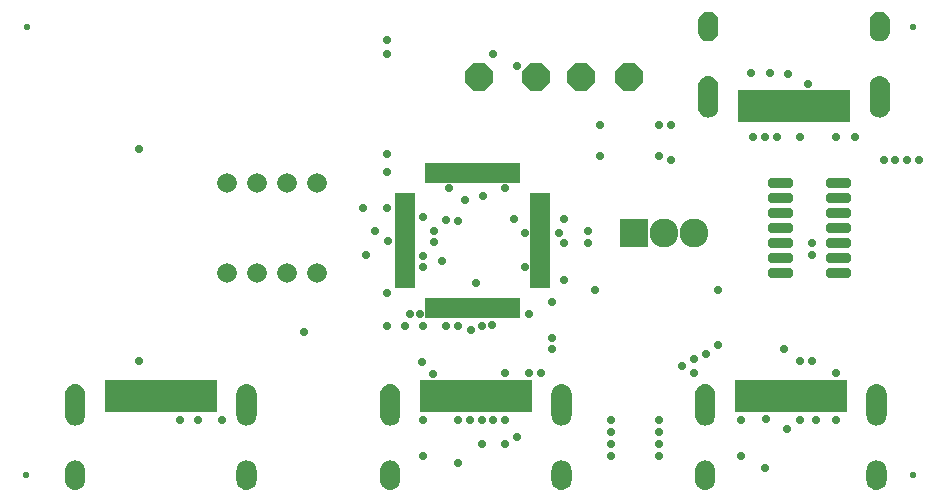
<source format=gts>
G04 EAGLE Gerber RS-274X export*
G75*
%MOMM*%
%FSLAX34Y34*%
%LPD*%
%INSoldermask Top*%
%IPPOS*%
%AMOC8*
5,1,8,0,0,1.08239X$1,22.5*%
G01*
%ADD10C,0.553200*%
%ADD11P,2.556822X8X22.500000*%
%ADD12R,0.503200X2.803200*%
%ADD13R,1.676400X0.482600*%
%ADD14R,0.482600X1.676400*%
%ADD15C,1.666238*%
%ADD16C,0.506016*%
%ADD17R,2.435200X2.435200*%
%ADD18C,2.435200*%
%ADD19C,0.705600*%

G36*
X508663Y366414D02*
X508663Y366414D01*
X508668Y366419D01*
X508673Y366416D01*
X510267Y366900D01*
X510271Y366906D01*
X510276Y366904D01*
X511746Y367689D01*
X511749Y367696D01*
X511754Y367694D01*
X513042Y368752D01*
X513043Y368759D01*
X513048Y368758D01*
X514106Y370046D01*
X514106Y370054D01*
X514111Y370054D01*
X514896Y371524D01*
X514895Y371531D01*
X514900Y371533D01*
X515384Y373127D01*
X515383Y373131D01*
X515385Y373132D01*
X515383Y373135D01*
X515386Y373137D01*
X515549Y374795D01*
X515547Y374798D01*
X515549Y374800D01*
X515549Y392800D01*
X515547Y392803D01*
X515549Y392805D01*
X515386Y394463D01*
X515381Y394468D01*
X515384Y394473D01*
X514900Y396067D01*
X514894Y396071D01*
X514896Y396076D01*
X514111Y397546D01*
X514104Y397549D01*
X514106Y397554D01*
X513048Y398842D01*
X513041Y398843D01*
X513042Y398848D01*
X511754Y399906D01*
X511746Y399906D01*
X511746Y399911D01*
X510276Y400696D01*
X510269Y400695D01*
X510267Y400700D01*
X508673Y401184D01*
X508666Y401181D01*
X508663Y401186D01*
X507005Y401349D01*
X506999Y401345D01*
X506995Y401349D01*
X505337Y401186D01*
X505332Y401181D01*
X505327Y401184D01*
X503733Y400700D01*
X503729Y400694D01*
X503724Y400696D01*
X502254Y399911D01*
X502251Y399904D01*
X502246Y399906D01*
X500958Y398848D01*
X500957Y398841D01*
X500952Y398842D01*
X499894Y397554D01*
X499894Y397546D01*
X499889Y397546D01*
X499104Y396076D01*
X499105Y396069D01*
X499100Y396067D01*
X498616Y394473D01*
X498619Y394466D01*
X498614Y394463D01*
X498451Y392805D01*
X498453Y392802D01*
X498451Y392800D01*
X498451Y374800D01*
X498453Y374797D01*
X498451Y374795D01*
X498614Y373137D01*
X498619Y373132D01*
X498616Y373127D01*
X499100Y371533D01*
X499106Y371529D01*
X499104Y371524D01*
X499889Y370054D01*
X499896Y370051D01*
X499894Y370046D01*
X500952Y368758D01*
X500959Y368757D01*
X500958Y368752D01*
X502246Y367694D01*
X502254Y367694D01*
X502254Y367689D01*
X503724Y366904D01*
X503731Y366905D01*
X503733Y366900D01*
X505327Y366416D01*
X505334Y366419D01*
X505337Y366414D01*
X506995Y366251D01*
X507001Y366255D01*
X507005Y366251D01*
X508663Y366414D01*
G37*
G36*
X363663Y366414D02*
X363663Y366414D01*
X363668Y366419D01*
X363673Y366416D01*
X365267Y366900D01*
X365271Y366906D01*
X365276Y366904D01*
X366746Y367689D01*
X366749Y367696D01*
X366754Y367694D01*
X368042Y368752D01*
X368043Y368759D01*
X368048Y368758D01*
X369106Y370046D01*
X369106Y370054D01*
X369111Y370054D01*
X369896Y371524D01*
X369895Y371531D01*
X369900Y371533D01*
X370384Y373127D01*
X370383Y373131D01*
X370385Y373132D01*
X370383Y373135D01*
X370386Y373137D01*
X370549Y374795D01*
X370547Y374798D01*
X370549Y374800D01*
X370549Y392800D01*
X370547Y392803D01*
X370549Y392805D01*
X370386Y394463D01*
X370381Y394468D01*
X370384Y394473D01*
X369900Y396067D01*
X369894Y396071D01*
X369896Y396076D01*
X369111Y397546D01*
X369104Y397549D01*
X369106Y397554D01*
X368048Y398842D01*
X368041Y398843D01*
X368042Y398848D01*
X366754Y399906D01*
X366746Y399906D01*
X366746Y399911D01*
X365276Y400696D01*
X365269Y400695D01*
X365267Y400700D01*
X363673Y401184D01*
X363666Y401181D01*
X363663Y401186D01*
X362005Y401349D01*
X361999Y401345D01*
X361995Y401349D01*
X360337Y401186D01*
X360332Y401181D01*
X360327Y401184D01*
X358733Y400700D01*
X358729Y400694D01*
X358724Y400696D01*
X357254Y399911D01*
X357251Y399904D01*
X357246Y399906D01*
X355958Y398848D01*
X355957Y398841D01*
X355952Y398842D01*
X354894Y397554D01*
X354894Y397546D01*
X354889Y397546D01*
X354104Y396076D01*
X354105Y396069D01*
X354100Y396067D01*
X353616Y394473D01*
X353619Y394466D01*
X353614Y394463D01*
X353451Y392805D01*
X353453Y392802D01*
X353451Y392800D01*
X353451Y374800D01*
X353453Y374797D01*
X353451Y374795D01*
X353614Y373137D01*
X353619Y373132D01*
X353616Y373127D01*
X354100Y371533D01*
X354106Y371529D01*
X354104Y371524D01*
X354889Y370054D01*
X354896Y370051D01*
X354894Y370046D01*
X355952Y368758D01*
X355959Y368757D01*
X355958Y368752D01*
X357246Y367694D01*
X357254Y367694D01*
X357254Y367689D01*
X358724Y366904D01*
X358731Y366905D01*
X358733Y366900D01*
X360327Y366416D01*
X360334Y366419D01*
X360337Y366414D01*
X361995Y366251D01*
X362001Y366255D01*
X362005Y366251D01*
X363663Y366414D01*
G37*
G36*
X-172437Y105714D02*
X-172437Y105714D01*
X-172432Y105719D01*
X-172427Y105716D01*
X-170833Y106200D01*
X-170829Y106206D01*
X-170824Y106204D01*
X-169354Y106989D01*
X-169351Y106996D01*
X-169346Y106994D01*
X-168058Y108052D01*
X-168057Y108059D01*
X-168052Y108058D01*
X-166994Y109346D01*
X-166994Y109354D01*
X-166989Y109354D01*
X-166204Y110824D01*
X-166205Y110831D01*
X-166200Y110833D01*
X-165716Y112427D01*
X-165718Y112431D01*
X-165716Y112432D01*
X-165717Y112435D01*
X-165714Y112437D01*
X-165551Y114095D01*
X-165553Y114098D01*
X-165551Y114100D01*
X-165551Y132100D01*
X-165553Y132103D01*
X-165551Y132105D01*
X-165714Y133763D01*
X-165719Y133768D01*
X-165716Y133773D01*
X-166200Y135367D01*
X-166206Y135371D01*
X-166204Y135376D01*
X-166989Y136846D01*
X-166996Y136849D01*
X-166994Y136854D01*
X-168052Y138142D01*
X-168059Y138143D01*
X-168058Y138148D01*
X-169346Y139206D01*
X-169354Y139206D01*
X-169354Y139211D01*
X-170824Y139996D01*
X-170831Y139995D01*
X-170833Y140000D01*
X-172427Y140484D01*
X-172434Y140481D01*
X-172437Y140486D01*
X-174095Y140649D01*
X-174101Y140645D01*
X-174105Y140649D01*
X-175763Y140486D01*
X-175768Y140481D01*
X-175773Y140484D01*
X-177367Y140000D01*
X-177371Y139994D01*
X-177376Y139996D01*
X-178846Y139211D01*
X-178849Y139204D01*
X-178854Y139206D01*
X-180142Y138148D01*
X-180143Y138141D01*
X-180148Y138142D01*
X-181206Y136854D01*
X-181206Y136846D01*
X-181211Y136846D01*
X-181996Y135376D01*
X-181995Y135369D01*
X-182000Y135367D01*
X-182484Y133773D01*
X-182481Y133766D01*
X-182486Y133763D01*
X-182649Y132105D01*
X-182647Y132102D01*
X-182649Y132100D01*
X-182649Y114100D01*
X-182647Y114097D01*
X-182649Y114095D01*
X-182486Y112437D01*
X-182481Y112432D01*
X-182484Y112427D01*
X-182000Y110833D01*
X-181994Y110829D01*
X-181996Y110824D01*
X-181211Y109354D01*
X-181204Y109351D01*
X-181206Y109346D01*
X-180148Y108058D01*
X-180141Y108057D01*
X-180142Y108052D01*
X-178854Y106994D01*
X-178846Y106994D01*
X-178846Y106989D01*
X-177376Y106204D01*
X-177369Y106205D01*
X-177367Y106200D01*
X-175773Y105716D01*
X-175766Y105719D01*
X-175763Y105714D01*
X-174105Y105551D01*
X-174099Y105555D01*
X-174095Y105551D01*
X-172437Y105714D01*
G37*
G36*
X94263Y105714D02*
X94263Y105714D01*
X94268Y105719D01*
X94273Y105716D01*
X95867Y106200D01*
X95871Y106206D01*
X95876Y106204D01*
X97346Y106989D01*
X97349Y106996D01*
X97354Y106994D01*
X98642Y108052D01*
X98643Y108059D01*
X98648Y108058D01*
X99706Y109346D01*
X99706Y109354D01*
X99711Y109354D01*
X100496Y110824D01*
X100495Y110831D01*
X100500Y110833D01*
X100984Y112427D01*
X100983Y112431D01*
X100985Y112432D01*
X100983Y112435D01*
X100986Y112437D01*
X101149Y114095D01*
X101147Y114098D01*
X101149Y114100D01*
X101149Y132100D01*
X101147Y132103D01*
X101149Y132105D01*
X100986Y133763D01*
X100981Y133768D01*
X100984Y133773D01*
X100500Y135367D01*
X100494Y135371D01*
X100496Y135376D01*
X99711Y136846D01*
X99704Y136849D01*
X99706Y136854D01*
X98648Y138142D01*
X98641Y138143D01*
X98642Y138148D01*
X97354Y139206D01*
X97346Y139206D01*
X97346Y139211D01*
X95876Y139996D01*
X95869Y139995D01*
X95867Y140000D01*
X94273Y140484D01*
X94266Y140481D01*
X94263Y140486D01*
X92605Y140649D01*
X92599Y140645D01*
X92595Y140649D01*
X90937Y140486D01*
X90932Y140481D01*
X90927Y140484D01*
X89333Y140000D01*
X89329Y139994D01*
X89324Y139996D01*
X87854Y139211D01*
X87851Y139204D01*
X87846Y139206D01*
X86558Y138148D01*
X86557Y138141D01*
X86552Y138142D01*
X85494Y136854D01*
X85494Y136846D01*
X85489Y136846D01*
X84704Y135376D01*
X84705Y135369D01*
X84700Y135367D01*
X84216Y133773D01*
X84219Y133766D01*
X84214Y133763D01*
X84051Y132105D01*
X84053Y132102D01*
X84051Y132100D01*
X84051Y114100D01*
X84053Y114097D01*
X84051Y114095D01*
X84214Y112437D01*
X84219Y112432D01*
X84216Y112427D01*
X84700Y110833D01*
X84706Y110829D01*
X84704Y110824D01*
X85489Y109354D01*
X85496Y109351D01*
X85494Y109346D01*
X86552Y108058D01*
X86559Y108057D01*
X86558Y108052D01*
X87846Y106994D01*
X87854Y106994D01*
X87854Y106989D01*
X89324Y106204D01*
X89331Y106205D01*
X89333Y106200D01*
X90927Y105716D01*
X90934Y105719D01*
X90937Y105714D01*
X92595Y105551D01*
X92601Y105555D01*
X92605Y105551D01*
X94263Y105714D01*
G37*
G36*
X360963Y105714D02*
X360963Y105714D01*
X360968Y105719D01*
X360973Y105716D01*
X362567Y106200D01*
X362571Y106206D01*
X362576Y106204D01*
X364046Y106989D01*
X364049Y106996D01*
X364054Y106994D01*
X365342Y108052D01*
X365343Y108059D01*
X365348Y108058D01*
X366406Y109346D01*
X366406Y109354D01*
X366411Y109354D01*
X367196Y110824D01*
X367195Y110831D01*
X367200Y110833D01*
X367684Y112427D01*
X367683Y112431D01*
X367685Y112432D01*
X367683Y112435D01*
X367686Y112437D01*
X367849Y114095D01*
X367847Y114098D01*
X367849Y114100D01*
X367849Y132100D01*
X367847Y132103D01*
X367849Y132105D01*
X367686Y133763D01*
X367681Y133768D01*
X367684Y133773D01*
X367200Y135367D01*
X367194Y135371D01*
X367196Y135376D01*
X366411Y136846D01*
X366404Y136849D01*
X366406Y136854D01*
X365348Y138142D01*
X365341Y138143D01*
X365342Y138148D01*
X364054Y139206D01*
X364046Y139206D01*
X364046Y139211D01*
X362576Y139996D01*
X362569Y139995D01*
X362567Y140000D01*
X360973Y140484D01*
X360966Y140481D01*
X360963Y140486D01*
X359305Y140649D01*
X359299Y140645D01*
X359295Y140649D01*
X357637Y140486D01*
X357632Y140481D01*
X357627Y140484D01*
X356033Y140000D01*
X356029Y139994D01*
X356024Y139996D01*
X354554Y139211D01*
X354551Y139204D01*
X354546Y139206D01*
X353258Y138148D01*
X353257Y138141D01*
X353252Y138142D01*
X352194Y136854D01*
X352194Y136846D01*
X352189Y136846D01*
X351404Y135376D01*
X351405Y135369D01*
X351400Y135367D01*
X350916Y133773D01*
X350919Y133766D01*
X350914Y133763D01*
X350751Y132105D01*
X350753Y132102D01*
X350751Y132100D01*
X350751Y114100D01*
X350753Y114097D01*
X350751Y114095D01*
X350914Y112437D01*
X350919Y112432D01*
X350916Y112427D01*
X351400Y110833D01*
X351406Y110829D01*
X351404Y110824D01*
X352189Y109354D01*
X352196Y109351D01*
X352194Y109346D01*
X353252Y108058D01*
X353259Y108057D01*
X353258Y108052D01*
X354546Y106994D01*
X354554Y106994D01*
X354554Y106989D01*
X356024Y106204D01*
X356031Y106205D01*
X356033Y106200D01*
X357627Y105716D01*
X357634Y105719D01*
X357637Y105714D01*
X359295Y105551D01*
X359301Y105555D01*
X359305Y105551D01*
X360963Y105714D01*
G37*
G36*
X505963Y105714D02*
X505963Y105714D01*
X505968Y105719D01*
X505973Y105716D01*
X507567Y106200D01*
X507571Y106206D01*
X507576Y106204D01*
X509046Y106989D01*
X509049Y106996D01*
X509054Y106994D01*
X510342Y108052D01*
X510343Y108059D01*
X510348Y108058D01*
X511406Y109346D01*
X511406Y109354D01*
X511411Y109354D01*
X512196Y110824D01*
X512195Y110831D01*
X512200Y110833D01*
X512684Y112427D01*
X512683Y112431D01*
X512685Y112432D01*
X512683Y112435D01*
X512686Y112437D01*
X512849Y114095D01*
X512847Y114098D01*
X512849Y114100D01*
X512849Y132100D01*
X512847Y132103D01*
X512849Y132105D01*
X512686Y133763D01*
X512681Y133768D01*
X512684Y133773D01*
X512200Y135367D01*
X512194Y135371D01*
X512196Y135376D01*
X511411Y136846D01*
X511404Y136849D01*
X511406Y136854D01*
X510348Y138142D01*
X510341Y138143D01*
X510342Y138148D01*
X509054Y139206D01*
X509046Y139206D01*
X509046Y139211D01*
X507576Y139996D01*
X507569Y139995D01*
X507567Y140000D01*
X505973Y140484D01*
X505966Y140481D01*
X505963Y140486D01*
X504305Y140649D01*
X504299Y140645D01*
X504295Y140649D01*
X502637Y140486D01*
X502632Y140481D01*
X502627Y140484D01*
X501033Y140000D01*
X501029Y139994D01*
X501024Y139996D01*
X499554Y139211D01*
X499551Y139204D01*
X499546Y139206D01*
X498258Y138148D01*
X498257Y138141D01*
X498252Y138142D01*
X497194Y136854D01*
X497194Y136846D01*
X497189Y136846D01*
X496404Y135376D01*
X496405Y135369D01*
X496400Y135367D01*
X495916Y133773D01*
X495919Y133766D01*
X495914Y133763D01*
X495751Y132105D01*
X495753Y132102D01*
X495751Y132100D01*
X495751Y114100D01*
X495753Y114097D01*
X495751Y114095D01*
X495914Y112437D01*
X495919Y112432D01*
X495916Y112427D01*
X496400Y110833D01*
X496406Y110829D01*
X496404Y110824D01*
X497189Y109354D01*
X497196Y109351D01*
X497194Y109346D01*
X498252Y108058D01*
X498259Y108057D01*
X498258Y108052D01*
X499546Y106994D01*
X499554Y106994D01*
X499554Y106989D01*
X501024Y106204D01*
X501031Y106205D01*
X501033Y106200D01*
X502627Y105716D01*
X502634Y105719D01*
X502637Y105714D01*
X504295Y105551D01*
X504301Y105555D01*
X504305Y105551D01*
X505963Y105714D01*
G37*
G36*
X-27437Y105714D02*
X-27437Y105714D01*
X-27432Y105719D01*
X-27427Y105716D01*
X-25833Y106200D01*
X-25829Y106206D01*
X-25824Y106204D01*
X-24354Y106989D01*
X-24351Y106996D01*
X-24346Y106994D01*
X-23058Y108052D01*
X-23057Y108059D01*
X-23052Y108058D01*
X-21994Y109346D01*
X-21994Y109354D01*
X-21989Y109354D01*
X-21204Y110824D01*
X-21205Y110831D01*
X-21200Y110833D01*
X-20716Y112427D01*
X-20718Y112431D01*
X-20716Y112432D01*
X-20717Y112435D01*
X-20714Y112437D01*
X-20551Y114095D01*
X-20553Y114098D01*
X-20551Y114100D01*
X-20551Y132100D01*
X-20553Y132103D01*
X-20551Y132105D01*
X-20714Y133763D01*
X-20719Y133768D01*
X-20716Y133773D01*
X-21200Y135367D01*
X-21206Y135371D01*
X-21204Y135376D01*
X-21989Y136846D01*
X-21996Y136849D01*
X-21994Y136854D01*
X-23052Y138142D01*
X-23059Y138143D01*
X-23058Y138148D01*
X-24346Y139206D01*
X-24354Y139206D01*
X-24354Y139211D01*
X-25824Y139996D01*
X-25831Y139995D01*
X-25833Y140000D01*
X-27427Y140484D01*
X-27434Y140481D01*
X-27437Y140486D01*
X-29095Y140649D01*
X-29101Y140645D01*
X-29105Y140649D01*
X-30763Y140486D01*
X-30768Y140481D01*
X-30773Y140484D01*
X-32367Y140000D01*
X-32371Y139994D01*
X-32376Y139996D01*
X-33846Y139211D01*
X-33849Y139204D01*
X-33854Y139206D01*
X-35142Y138148D01*
X-35143Y138141D01*
X-35148Y138142D01*
X-36206Y136854D01*
X-36206Y136846D01*
X-36211Y136846D01*
X-36996Y135376D01*
X-36995Y135369D01*
X-37000Y135367D01*
X-37484Y133773D01*
X-37481Y133766D01*
X-37486Y133763D01*
X-37649Y132105D01*
X-37647Y132102D01*
X-37649Y132100D01*
X-37649Y114100D01*
X-37647Y114097D01*
X-37649Y114095D01*
X-37486Y112437D01*
X-37481Y112432D01*
X-37484Y112427D01*
X-37000Y110833D01*
X-36994Y110829D01*
X-36996Y110824D01*
X-36211Y109354D01*
X-36204Y109351D01*
X-36206Y109346D01*
X-35148Y108058D01*
X-35141Y108057D01*
X-35142Y108052D01*
X-33854Y106994D01*
X-33846Y106994D01*
X-33846Y106989D01*
X-32376Y106204D01*
X-32369Y106205D01*
X-32367Y106200D01*
X-30773Y105716D01*
X-30766Y105719D01*
X-30763Y105714D01*
X-29105Y105551D01*
X-29099Y105555D01*
X-29095Y105551D01*
X-27437Y105714D01*
G37*
G36*
X239263Y105714D02*
X239263Y105714D01*
X239268Y105719D01*
X239273Y105716D01*
X240867Y106200D01*
X240871Y106206D01*
X240876Y106204D01*
X242346Y106989D01*
X242349Y106996D01*
X242354Y106994D01*
X243642Y108052D01*
X243643Y108059D01*
X243648Y108058D01*
X244706Y109346D01*
X244706Y109354D01*
X244711Y109354D01*
X245496Y110824D01*
X245495Y110831D01*
X245500Y110833D01*
X245984Y112427D01*
X245983Y112431D01*
X245985Y112432D01*
X245983Y112435D01*
X245986Y112437D01*
X246149Y114095D01*
X246147Y114098D01*
X246149Y114100D01*
X246149Y132100D01*
X246147Y132103D01*
X246149Y132105D01*
X245986Y133763D01*
X245981Y133768D01*
X245984Y133773D01*
X245500Y135367D01*
X245494Y135371D01*
X245496Y135376D01*
X244711Y136846D01*
X244704Y136849D01*
X244706Y136854D01*
X243648Y138142D01*
X243641Y138143D01*
X243642Y138148D01*
X242354Y139206D01*
X242346Y139206D01*
X242346Y139211D01*
X240876Y139996D01*
X240869Y139995D01*
X240867Y140000D01*
X239273Y140484D01*
X239266Y140481D01*
X239263Y140486D01*
X237605Y140649D01*
X237599Y140645D01*
X237595Y140649D01*
X235937Y140486D01*
X235932Y140481D01*
X235927Y140484D01*
X234333Y140000D01*
X234329Y139994D01*
X234324Y139996D01*
X232854Y139211D01*
X232851Y139204D01*
X232846Y139206D01*
X231558Y138148D01*
X231557Y138141D01*
X231552Y138142D01*
X230494Y136854D01*
X230494Y136846D01*
X230489Y136846D01*
X229704Y135376D01*
X229705Y135369D01*
X229700Y135367D01*
X229216Y133773D01*
X229219Y133766D01*
X229214Y133763D01*
X229051Y132105D01*
X229053Y132102D01*
X229051Y132100D01*
X229051Y114100D01*
X229053Y114097D01*
X229051Y114095D01*
X229214Y112437D01*
X229219Y112432D01*
X229216Y112427D01*
X229700Y110833D01*
X229706Y110829D01*
X229704Y110824D01*
X230489Y109354D01*
X230496Y109351D01*
X230494Y109346D01*
X231552Y108058D01*
X231559Y108057D01*
X231558Y108052D01*
X232846Y106994D01*
X232854Y106994D01*
X232854Y106989D01*
X234324Y106204D01*
X234331Y106205D01*
X234333Y106200D01*
X235927Y105716D01*
X235934Y105719D01*
X235937Y105714D01*
X237595Y105551D01*
X237601Y105555D01*
X237605Y105551D01*
X239263Y105714D01*
G37*
G36*
X508663Y431014D02*
X508663Y431014D01*
X508668Y431019D01*
X508673Y431016D01*
X510267Y431500D01*
X510271Y431506D01*
X510276Y431504D01*
X511746Y432289D01*
X511749Y432296D01*
X511754Y432294D01*
X513042Y433352D01*
X513043Y433359D01*
X513048Y433358D01*
X514106Y434646D01*
X514106Y434654D01*
X514111Y434654D01*
X514896Y436124D01*
X514895Y436131D01*
X514900Y436133D01*
X515384Y437727D01*
X515383Y437731D01*
X515384Y437732D01*
X515383Y437735D01*
X515386Y437737D01*
X515549Y439395D01*
X515547Y439398D01*
X515549Y439400D01*
X515549Y447400D01*
X515547Y447403D01*
X515549Y447405D01*
X515386Y449063D01*
X515381Y449068D01*
X515384Y449073D01*
X514900Y450667D01*
X514894Y450671D01*
X514896Y450676D01*
X514111Y452146D01*
X514104Y452149D01*
X514106Y452154D01*
X513048Y453442D01*
X513041Y453443D01*
X513042Y453448D01*
X511754Y454506D01*
X511746Y454506D01*
X511746Y454511D01*
X510276Y455296D01*
X510269Y455295D01*
X510267Y455300D01*
X508673Y455784D01*
X508666Y455781D01*
X508663Y455786D01*
X507005Y455949D01*
X506999Y455945D01*
X506995Y455949D01*
X505337Y455786D01*
X505332Y455781D01*
X505327Y455784D01*
X503733Y455300D01*
X503729Y455294D01*
X503724Y455296D01*
X502254Y454511D01*
X502251Y454504D01*
X502246Y454506D01*
X500958Y453448D01*
X500957Y453441D01*
X500952Y453442D01*
X499894Y452154D01*
X499894Y452146D01*
X499889Y452146D01*
X499104Y450676D01*
X499105Y450669D01*
X499100Y450667D01*
X498616Y449073D01*
X498619Y449066D01*
X498614Y449063D01*
X498451Y447405D01*
X498453Y447402D01*
X498451Y447400D01*
X498451Y439400D01*
X498453Y439397D01*
X498451Y439395D01*
X498614Y437737D01*
X498619Y437732D01*
X498616Y437727D01*
X499100Y436133D01*
X499106Y436129D01*
X499104Y436124D01*
X499889Y434654D01*
X499896Y434651D01*
X499894Y434646D01*
X500952Y433358D01*
X500959Y433357D01*
X500958Y433352D01*
X502246Y432294D01*
X502254Y432294D01*
X502254Y432289D01*
X503724Y431504D01*
X503731Y431505D01*
X503733Y431500D01*
X505327Y431016D01*
X505334Y431019D01*
X505337Y431014D01*
X506995Y430851D01*
X507001Y430855D01*
X507005Y430851D01*
X508663Y431014D01*
G37*
G36*
X363663Y431014D02*
X363663Y431014D01*
X363668Y431019D01*
X363673Y431016D01*
X365267Y431500D01*
X365271Y431506D01*
X365276Y431504D01*
X366746Y432289D01*
X366749Y432296D01*
X366754Y432294D01*
X368042Y433352D01*
X368043Y433359D01*
X368048Y433358D01*
X369106Y434646D01*
X369106Y434654D01*
X369111Y434654D01*
X369896Y436124D01*
X369895Y436131D01*
X369900Y436133D01*
X370384Y437727D01*
X370383Y437731D01*
X370384Y437732D01*
X370383Y437735D01*
X370386Y437737D01*
X370549Y439395D01*
X370547Y439398D01*
X370549Y439400D01*
X370549Y447400D01*
X370547Y447403D01*
X370549Y447405D01*
X370386Y449063D01*
X370381Y449068D01*
X370384Y449073D01*
X369900Y450667D01*
X369894Y450671D01*
X369896Y450676D01*
X369111Y452146D01*
X369104Y452149D01*
X369106Y452154D01*
X368048Y453442D01*
X368041Y453443D01*
X368042Y453448D01*
X366754Y454506D01*
X366746Y454506D01*
X366746Y454511D01*
X365276Y455296D01*
X365269Y455295D01*
X365267Y455300D01*
X363673Y455784D01*
X363666Y455781D01*
X363663Y455786D01*
X362005Y455949D01*
X361999Y455945D01*
X361995Y455949D01*
X360337Y455786D01*
X360332Y455781D01*
X360327Y455784D01*
X358733Y455300D01*
X358729Y455294D01*
X358724Y455296D01*
X357254Y454511D01*
X357251Y454504D01*
X357246Y454506D01*
X355958Y453448D01*
X355957Y453441D01*
X355952Y453442D01*
X354894Y452154D01*
X354894Y452146D01*
X354889Y452146D01*
X354104Y450676D01*
X354105Y450669D01*
X354100Y450667D01*
X353616Y449073D01*
X353619Y449066D01*
X353614Y449063D01*
X353451Y447405D01*
X353453Y447402D01*
X353451Y447400D01*
X353451Y439400D01*
X353453Y439397D01*
X353451Y439395D01*
X353614Y437737D01*
X353619Y437732D01*
X353616Y437727D01*
X354100Y436133D01*
X354106Y436129D01*
X354104Y436124D01*
X354889Y434654D01*
X354896Y434651D01*
X354894Y434646D01*
X355952Y433358D01*
X355959Y433357D01*
X355958Y433352D01*
X357246Y432294D01*
X357254Y432294D01*
X357254Y432289D01*
X358724Y431504D01*
X358731Y431505D01*
X358733Y431500D01*
X360327Y431016D01*
X360334Y431019D01*
X360337Y431014D01*
X361995Y430851D01*
X362001Y430855D01*
X362005Y430851D01*
X363663Y431014D01*
G37*
G36*
X505963Y51114D02*
X505963Y51114D01*
X505968Y51119D01*
X505973Y51116D01*
X507567Y51600D01*
X507571Y51606D01*
X507576Y51604D01*
X509046Y52389D01*
X509049Y52396D01*
X509054Y52394D01*
X510342Y53452D01*
X510343Y53459D01*
X510348Y53458D01*
X511406Y54746D01*
X511406Y54754D01*
X511411Y54754D01*
X512196Y56224D01*
X512195Y56231D01*
X512200Y56233D01*
X512684Y57827D01*
X512683Y57831D01*
X512684Y57832D01*
X512683Y57835D01*
X512686Y57837D01*
X512849Y59495D01*
X512847Y59498D01*
X512849Y59500D01*
X512849Y67500D01*
X512847Y67503D01*
X512849Y67505D01*
X512686Y69163D01*
X512681Y69168D01*
X512684Y69173D01*
X512200Y70767D01*
X512194Y70771D01*
X512196Y70776D01*
X511411Y72246D01*
X511404Y72249D01*
X511406Y72254D01*
X510348Y73542D01*
X510341Y73543D01*
X510342Y73548D01*
X509054Y74606D01*
X509046Y74606D01*
X509046Y74611D01*
X507576Y75396D01*
X507569Y75395D01*
X507567Y75400D01*
X505973Y75884D01*
X505966Y75881D01*
X505963Y75886D01*
X504305Y76049D01*
X504299Y76045D01*
X504295Y76049D01*
X502637Y75886D01*
X502632Y75881D01*
X502627Y75884D01*
X501033Y75400D01*
X501029Y75394D01*
X501024Y75396D01*
X499554Y74611D01*
X499551Y74604D01*
X499546Y74606D01*
X498258Y73548D01*
X498257Y73541D01*
X498252Y73542D01*
X497194Y72254D01*
X497194Y72246D01*
X497189Y72246D01*
X496404Y70776D01*
X496405Y70769D01*
X496400Y70767D01*
X495916Y69173D01*
X495919Y69166D01*
X495914Y69163D01*
X495751Y67505D01*
X495753Y67502D01*
X495751Y67500D01*
X495751Y59500D01*
X495753Y59497D01*
X495751Y59495D01*
X495914Y57837D01*
X495919Y57832D01*
X495916Y57827D01*
X496400Y56233D01*
X496406Y56229D01*
X496404Y56224D01*
X497189Y54754D01*
X497196Y54751D01*
X497194Y54746D01*
X498252Y53458D01*
X498259Y53457D01*
X498258Y53452D01*
X499546Y52394D01*
X499554Y52394D01*
X499554Y52389D01*
X501024Y51604D01*
X501031Y51605D01*
X501033Y51600D01*
X502627Y51116D01*
X502634Y51119D01*
X502637Y51114D01*
X504295Y50951D01*
X504301Y50955D01*
X504305Y50951D01*
X505963Y51114D01*
G37*
G36*
X94263Y51114D02*
X94263Y51114D01*
X94268Y51119D01*
X94273Y51116D01*
X95867Y51600D01*
X95871Y51606D01*
X95876Y51604D01*
X97346Y52389D01*
X97349Y52396D01*
X97354Y52394D01*
X98642Y53452D01*
X98643Y53459D01*
X98648Y53458D01*
X99706Y54746D01*
X99706Y54754D01*
X99711Y54754D01*
X100496Y56224D01*
X100495Y56231D01*
X100500Y56233D01*
X100984Y57827D01*
X100983Y57831D01*
X100984Y57832D01*
X100983Y57835D01*
X100986Y57837D01*
X101149Y59495D01*
X101147Y59498D01*
X101149Y59500D01*
X101149Y67500D01*
X101147Y67503D01*
X101149Y67505D01*
X100986Y69163D01*
X100981Y69168D01*
X100984Y69173D01*
X100500Y70767D01*
X100494Y70771D01*
X100496Y70776D01*
X99711Y72246D01*
X99704Y72249D01*
X99706Y72254D01*
X98648Y73542D01*
X98641Y73543D01*
X98642Y73548D01*
X97354Y74606D01*
X97346Y74606D01*
X97346Y74611D01*
X95876Y75396D01*
X95869Y75395D01*
X95867Y75400D01*
X94273Y75884D01*
X94266Y75881D01*
X94263Y75886D01*
X92605Y76049D01*
X92599Y76045D01*
X92595Y76049D01*
X90937Y75886D01*
X90932Y75881D01*
X90927Y75884D01*
X89333Y75400D01*
X89329Y75394D01*
X89324Y75396D01*
X87854Y74611D01*
X87851Y74604D01*
X87846Y74606D01*
X86558Y73548D01*
X86557Y73541D01*
X86552Y73542D01*
X85494Y72254D01*
X85494Y72246D01*
X85489Y72246D01*
X84704Y70776D01*
X84705Y70769D01*
X84700Y70767D01*
X84216Y69173D01*
X84219Y69166D01*
X84214Y69163D01*
X84051Y67505D01*
X84053Y67502D01*
X84051Y67500D01*
X84051Y59500D01*
X84053Y59497D01*
X84051Y59495D01*
X84214Y57837D01*
X84219Y57832D01*
X84216Y57827D01*
X84700Y56233D01*
X84706Y56229D01*
X84704Y56224D01*
X85489Y54754D01*
X85496Y54751D01*
X85494Y54746D01*
X86552Y53458D01*
X86559Y53457D01*
X86558Y53452D01*
X87846Y52394D01*
X87854Y52394D01*
X87854Y52389D01*
X89324Y51604D01*
X89331Y51605D01*
X89333Y51600D01*
X90927Y51116D01*
X90934Y51119D01*
X90937Y51114D01*
X92595Y50951D01*
X92601Y50955D01*
X92605Y50951D01*
X94263Y51114D01*
G37*
G36*
X239263Y51114D02*
X239263Y51114D01*
X239268Y51119D01*
X239273Y51116D01*
X240867Y51600D01*
X240871Y51606D01*
X240876Y51604D01*
X242346Y52389D01*
X242349Y52396D01*
X242354Y52394D01*
X243642Y53452D01*
X243643Y53459D01*
X243648Y53458D01*
X244706Y54746D01*
X244706Y54754D01*
X244711Y54754D01*
X245496Y56224D01*
X245495Y56231D01*
X245500Y56233D01*
X245984Y57827D01*
X245983Y57831D01*
X245984Y57832D01*
X245983Y57835D01*
X245986Y57837D01*
X246149Y59495D01*
X246147Y59498D01*
X246149Y59500D01*
X246149Y67500D01*
X246147Y67503D01*
X246149Y67505D01*
X245986Y69163D01*
X245981Y69168D01*
X245984Y69173D01*
X245500Y70767D01*
X245494Y70771D01*
X245496Y70776D01*
X244711Y72246D01*
X244704Y72249D01*
X244706Y72254D01*
X243648Y73542D01*
X243641Y73543D01*
X243642Y73548D01*
X242354Y74606D01*
X242346Y74606D01*
X242346Y74611D01*
X240876Y75396D01*
X240869Y75395D01*
X240867Y75400D01*
X239273Y75884D01*
X239266Y75881D01*
X239263Y75886D01*
X237605Y76049D01*
X237599Y76045D01*
X237595Y76049D01*
X235937Y75886D01*
X235932Y75881D01*
X235927Y75884D01*
X234333Y75400D01*
X234329Y75394D01*
X234324Y75396D01*
X232854Y74611D01*
X232851Y74604D01*
X232846Y74606D01*
X231558Y73548D01*
X231557Y73541D01*
X231552Y73542D01*
X230494Y72254D01*
X230494Y72246D01*
X230489Y72246D01*
X229704Y70776D01*
X229705Y70769D01*
X229700Y70767D01*
X229216Y69173D01*
X229219Y69166D01*
X229214Y69163D01*
X229051Y67505D01*
X229053Y67502D01*
X229051Y67500D01*
X229051Y59500D01*
X229053Y59497D01*
X229051Y59495D01*
X229214Y57837D01*
X229219Y57832D01*
X229216Y57827D01*
X229700Y56233D01*
X229706Y56229D01*
X229704Y56224D01*
X230489Y54754D01*
X230496Y54751D01*
X230494Y54746D01*
X231552Y53458D01*
X231559Y53457D01*
X231558Y53452D01*
X232846Y52394D01*
X232854Y52394D01*
X232854Y52389D01*
X234324Y51604D01*
X234331Y51605D01*
X234333Y51600D01*
X235927Y51116D01*
X235934Y51119D01*
X235937Y51114D01*
X237595Y50951D01*
X237601Y50955D01*
X237605Y50951D01*
X239263Y51114D01*
G37*
G36*
X-27437Y51114D02*
X-27437Y51114D01*
X-27432Y51119D01*
X-27427Y51116D01*
X-25833Y51600D01*
X-25829Y51606D01*
X-25824Y51604D01*
X-24354Y52389D01*
X-24351Y52396D01*
X-24346Y52394D01*
X-23058Y53452D01*
X-23057Y53459D01*
X-23052Y53458D01*
X-21994Y54746D01*
X-21994Y54754D01*
X-21989Y54754D01*
X-21204Y56224D01*
X-21205Y56231D01*
X-21200Y56233D01*
X-20716Y57827D01*
X-20718Y57831D01*
X-20716Y57832D01*
X-20717Y57835D01*
X-20714Y57837D01*
X-20551Y59495D01*
X-20553Y59498D01*
X-20551Y59500D01*
X-20551Y67500D01*
X-20553Y67503D01*
X-20551Y67505D01*
X-20714Y69163D01*
X-20719Y69168D01*
X-20716Y69173D01*
X-21200Y70767D01*
X-21206Y70771D01*
X-21204Y70776D01*
X-21989Y72246D01*
X-21996Y72249D01*
X-21994Y72254D01*
X-23052Y73542D01*
X-23059Y73543D01*
X-23058Y73548D01*
X-24346Y74606D01*
X-24354Y74606D01*
X-24354Y74611D01*
X-25824Y75396D01*
X-25831Y75395D01*
X-25833Y75400D01*
X-27427Y75884D01*
X-27434Y75881D01*
X-27437Y75886D01*
X-29095Y76049D01*
X-29101Y76045D01*
X-29105Y76049D01*
X-30763Y75886D01*
X-30768Y75881D01*
X-30773Y75884D01*
X-32367Y75400D01*
X-32371Y75394D01*
X-32376Y75396D01*
X-33846Y74611D01*
X-33849Y74604D01*
X-33854Y74606D01*
X-35142Y73548D01*
X-35143Y73541D01*
X-35148Y73542D01*
X-36206Y72254D01*
X-36206Y72246D01*
X-36211Y72246D01*
X-36996Y70776D01*
X-36995Y70769D01*
X-37000Y70767D01*
X-37484Y69173D01*
X-37481Y69166D01*
X-37486Y69163D01*
X-37649Y67505D01*
X-37647Y67502D01*
X-37649Y67500D01*
X-37649Y59500D01*
X-37647Y59497D01*
X-37649Y59495D01*
X-37486Y57837D01*
X-37481Y57832D01*
X-37484Y57827D01*
X-37000Y56233D01*
X-36994Y56229D01*
X-36996Y56224D01*
X-36211Y54754D01*
X-36204Y54751D01*
X-36206Y54746D01*
X-35148Y53458D01*
X-35141Y53457D01*
X-35142Y53452D01*
X-33854Y52394D01*
X-33846Y52394D01*
X-33846Y52389D01*
X-32376Y51604D01*
X-32369Y51605D01*
X-32367Y51600D01*
X-30773Y51116D01*
X-30766Y51119D01*
X-30763Y51114D01*
X-29105Y50951D01*
X-29099Y50955D01*
X-29095Y50951D01*
X-27437Y51114D01*
G37*
G36*
X360963Y51114D02*
X360963Y51114D01*
X360968Y51119D01*
X360973Y51116D01*
X362567Y51600D01*
X362571Y51606D01*
X362576Y51604D01*
X364046Y52389D01*
X364049Y52396D01*
X364054Y52394D01*
X365342Y53452D01*
X365343Y53459D01*
X365348Y53458D01*
X366406Y54746D01*
X366406Y54754D01*
X366411Y54754D01*
X367196Y56224D01*
X367195Y56231D01*
X367200Y56233D01*
X367684Y57827D01*
X367683Y57831D01*
X367684Y57832D01*
X367683Y57835D01*
X367686Y57837D01*
X367849Y59495D01*
X367847Y59498D01*
X367849Y59500D01*
X367849Y67500D01*
X367847Y67503D01*
X367849Y67505D01*
X367686Y69163D01*
X367681Y69168D01*
X367684Y69173D01*
X367200Y70767D01*
X367194Y70771D01*
X367196Y70776D01*
X366411Y72246D01*
X366404Y72249D01*
X366406Y72254D01*
X365348Y73542D01*
X365341Y73543D01*
X365342Y73548D01*
X364054Y74606D01*
X364046Y74606D01*
X364046Y74611D01*
X362576Y75396D01*
X362569Y75395D01*
X362567Y75400D01*
X360973Y75884D01*
X360966Y75881D01*
X360963Y75886D01*
X359305Y76049D01*
X359299Y76045D01*
X359295Y76049D01*
X357637Y75886D01*
X357632Y75881D01*
X357627Y75884D01*
X356033Y75400D01*
X356029Y75394D01*
X356024Y75396D01*
X354554Y74611D01*
X354551Y74604D01*
X354546Y74606D01*
X353258Y73548D01*
X353257Y73541D01*
X353252Y73542D01*
X352194Y72254D01*
X352194Y72246D01*
X352189Y72246D01*
X351404Y70776D01*
X351405Y70769D01*
X351400Y70767D01*
X350916Y69173D01*
X350919Y69166D01*
X350914Y69163D01*
X350751Y67505D01*
X350753Y67502D01*
X350751Y67500D01*
X350751Y59500D01*
X350753Y59497D01*
X350751Y59495D01*
X350914Y57837D01*
X350919Y57832D01*
X350916Y57827D01*
X351400Y56233D01*
X351406Y56229D01*
X351404Y56224D01*
X352189Y54754D01*
X352196Y54751D01*
X352194Y54746D01*
X353252Y53458D01*
X353259Y53457D01*
X353258Y53452D01*
X354546Y52394D01*
X354554Y52394D01*
X354554Y52389D01*
X356024Y51604D01*
X356031Y51605D01*
X356033Y51600D01*
X357627Y51116D01*
X357634Y51119D01*
X357637Y51114D01*
X359295Y50951D01*
X359301Y50955D01*
X359305Y50951D01*
X360963Y51114D01*
G37*
G36*
X-172437Y51114D02*
X-172437Y51114D01*
X-172432Y51119D01*
X-172427Y51116D01*
X-170833Y51600D01*
X-170829Y51606D01*
X-170824Y51604D01*
X-169354Y52389D01*
X-169351Y52396D01*
X-169346Y52394D01*
X-168058Y53452D01*
X-168057Y53459D01*
X-168052Y53458D01*
X-166994Y54746D01*
X-166994Y54754D01*
X-166989Y54754D01*
X-166204Y56224D01*
X-166205Y56231D01*
X-166200Y56233D01*
X-165716Y57827D01*
X-165718Y57831D01*
X-165716Y57832D01*
X-165717Y57835D01*
X-165714Y57837D01*
X-165551Y59495D01*
X-165553Y59498D01*
X-165551Y59500D01*
X-165551Y67500D01*
X-165553Y67503D01*
X-165551Y67505D01*
X-165714Y69163D01*
X-165719Y69168D01*
X-165716Y69173D01*
X-166200Y70767D01*
X-166206Y70771D01*
X-166204Y70776D01*
X-166989Y72246D01*
X-166996Y72249D01*
X-166994Y72254D01*
X-168052Y73542D01*
X-168059Y73543D01*
X-168058Y73548D01*
X-169346Y74606D01*
X-169354Y74606D01*
X-169354Y74611D01*
X-170824Y75396D01*
X-170831Y75395D01*
X-170833Y75400D01*
X-172427Y75884D01*
X-172434Y75881D01*
X-172437Y75886D01*
X-174095Y76049D01*
X-174101Y76045D01*
X-174105Y76049D01*
X-175763Y75886D01*
X-175768Y75881D01*
X-175773Y75884D01*
X-177367Y75400D01*
X-177371Y75394D01*
X-177376Y75396D01*
X-178846Y74611D01*
X-178849Y74604D01*
X-178854Y74606D01*
X-180142Y73548D01*
X-180143Y73541D01*
X-180148Y73542D01*
X-181206Y72254D01*
X-181206Y72246D01*
X-181211Y72246D01*
X-181996Y70776D01*
X-181995Y70769D01*
X-182000Y70767D01*
X-182484Y69173D01*
X-182481Y69166D01*
X-182486Y69163D01*
X-182649Y67505D01*
X-182647Y67502D01*
X-182649Y67500D01*
X-182649Y59500D01*
X-182647Y59497D01*
X-182649Y59495D01*
X-182486Y57837D01*
X-182481Y57832D01*
X-182484Y57827D01*
X-182000Y56233D01*
X-181994Y56229D01*
X-181996Y56224D01*
X-181211Y54754D01*
X-181204Y54751D01*
X-181206Y54746D01*
X-180148Y53458D01*
X-180141Y53457D01*
X-180142Y53452D01*
X-178854Y52394D01*
X-178846Y52394D01*
X-178846Y52389D01*
X-177376Y51604D01*
X-177369Y51605D01*
X-177367Y51600D01*
X-175773Y51116D01*
X-175766Y51119D01*
X-175763Y51114D01*
X-174105Y50951D01*
X-174099Y50955D01*
X-174095Y50951D01*
X-172437Y51114D01*
G37*
D10*
X-214600Y443400D03*
X-215900Y63500D03*
X535000Y443400D03*
X535000Y63500D03*
D11*
X167800Y400700D03*
D12*
X386800Y130700D03*
X476800Y130700D03*
X431800Y130700D03*
X456800Y130700D03*
X406800Y130700D03*
X396800Y130700D03*
X391800Y130700D03*
X401800Y130700D03*
X411800Y130700D03*
X416800Y130700D03*
X421800Y130700D03*
X426800Y130700D03*
X436800Y130700D03*
X441800Y130700D03*
X446800Y130700D03*
X451800Y130700D03*
X461800Y130700D03*
X466800Y130700D03*
X471800Y130700D03*
X479500Y376200D03*
X389500Y376200D03*
X434500Y376200D03*
X409500Y376200D03*
X459500Y376200D03*
X469500Y376200D03*
X474500Y376200D03*
X464500Y376200D03*
X454500Y376200D03*
X449500Y376200D03*
X444500Y376200D03*
X439500Y376200D03*
X429500Y376200D03*
X424500Y376200D03*
X419500Y376200D03*
X414500Y376200D03*
X404500Y376200D03*
X399500Y376200D03*
X394500Y376200D03*
X-146600Y130700D03*
X-56600Y130700D03*
X-101600Y130700D03*
X-76600Y130700D03*
X-126600Y130700D03*
X-136600Y130700D03*
X-141600Y130700D03*
X-131600Y130700D03*
X-121600Y130700D03*
X-116600Y130700D03*
X-111600Y130700D03*
X-106600Y130700D03*
X-96600Y130700D03*
X-91600Y130700D03*
X-86600Y130700D03*
X-81600Y130700D03*
X-71600Y130700D03*
X-66600Y130700D03*
X-61600Y130700D03*
X120100Y130700D03*
X210100Y130700D03*
X165100Y130700D03*
X190100Y130700D03*
X140100Y130700D03*
X130100Y130700D03*
X125100Y130700D03*
X135100Y130700D03*
X145100Y130700D03*
X150100Y130700D03*
X155100Y130700D03*
X160100Y130700D03*
X170100Y130700D03*
X175100Y130700D03*
X180100Y130700D03*
X185100Y130700D03*
X195100Y130700D03*
X200100Y130700D03*
X205100Y130700D03*
D13*
X105250Y299692D03*
X105250Y294612D03*
X105250Y289532D03*
X105250Y284706D03*
X105250Y279626D03*
X105250Y274546D03*
X105250Y269720D03*
X105250Y264640D03*
X105250Y259560D03*
X105250Y254480D03*
X105250Y249654D03*
X105250Y244574D03*
X105250Y239494D03*
X105250Y234668D03*
X105250Y229588D03*
X105250Y224508D03*
D14*
X124808Y204950D03*
X129888Y204950D03*
X134968Y204950D03*
X139794Y204950D03*
X144874Y204950D03*
X149954Y204950D03*
X154780Y204950D03*
X159860Y204950D03*
X164940Y204950D03*
X170020Y204950D03*
X174846Y204950D03*
X179926Y204950D03*
X185006Y204950D03*
X189832Y204950D03*
X194912Y204950D03*
X199992Y204950D03*
D13*
X219550Y224508D03*
X219550Y229588D03*
X219550Y234668D03*
X219550Y239494D03*
X219550Y244574D03*
X219550Y249654D03*
X219550Y254480D03*
X219550Y259560D03*
X219550Y264640D03*
X219550Y269720D03*
X219550Y274546D03*
X219550Y279626D03*
X219550Y284706D03*
X219550Y289532D03*
X219550Y294612D03*
X219550Y299692D03*
D14*
X199992Y319250D03*
X194912Y319250D03*
X189832Y319250D03*
X185006Y319250D03*
X179926Y319250D03*
X174846Y319250D03*
X170020Y319250D03*
X164940Y319250D03*
X159860Y319250D03*
X154780Y319250D03*
X149954Y319250D03*
X144874Y319250D03*
X139794Y319250D03*
X134968Y319250D03*
X129888Y319250D03*
X124808Y319250D03*
D15*
X-45200Y234800D03*
X-19800Y234800D03*
X-19800Y311000D03*
X-45200Y311000D03*
X5600Y234800D03*
X31000Y234800D03*
X5600Y311000D03*
X31000Y311000D03*
D16*
X415364Y309514D02*
X431436Y309514D01*
X415364Y309514D02*
X415364Y312486D01*
X431436Y312486D01*
X431436Y309514D01*
X431436Y296814D02*
X415364Y296814D01*
X415364Y299786D01*
X431436Y299786D01*
X431436Y296814D01*
X431436Y284114D02*
X415364Y284114D01*
X415364Y287086D01*
X431436Y287086D01*
X431436Y284114D01*
X431436Y271414D02*
X415364Y271414D01*
X415364Y274386D01*
X431436Y274386D01*
X431436Y271414D01*
X431436Y258714D02*
X415364Y258714D01*
X415364Y261686D01*
X431436Y261686D01*
X431436Y258714D01*
X431436Y246014D02*
X415364Y246014D01*
X415364Y248986D01*
X431436Y248986D01*
X431436Y246014D01*
X431436Y233314D02*
X415364Y233314D01*
X415364Y236286D01*
X431436Y236286D01*
X431436Y233314D01*
X464564Y233314D02*
X480636Y233314D01*
X464564Y233314D02*
X464564Y236286D01*
X480636Y236286D01*
X480636Y233314D01*
X480636Y246014D02*
X464564Y246014D01*
X464564Y248986D01*
X480636Y248986D01*
X480636Y246014D01*
X480636Y258714D02*
X464564Y258714D01*
X464564Y261686D01*
X480636Y261686D01*
X480636Y258714D01*
X480636Y271414D02*
X464564Y271414D01*
X464564Y274386D01*
X480636Y274386D01*
X480636Y271414D01*
X480636Y284114D02*
X464564Y284114D01*
X464564Y287086D01*
X480636Y287086D01*
X480636Y284114D01*
X480636Y296814D02*
X464564Y296814D01*
X464564Y299786D01*
X480636Y299786D01*
X480636Y296814D01*
X480636Y309514D02*
X464564Y309514D01*
X464564Y312486D01*
X480636Y312486D01*
X480636Y309514D01*
D11*
X294800Y400700D03*
X254000Y400700D03*
X215900Y400700D03*
D17*
X299100Y268600D03*
D18*
X324500Y268600D03*
X349900Y268600D03*
D19*
X161080Y186068D03*
X230000Y170000D03*
X170000Y190000D03*
X230047Y179953D03*
X109017Y200000D03*
X190000Y150000D03*
X104816Y190000D03*
X180000Y110000D03*
X120000Y190000D03*
X220000Y150000D03*
X118105Y200000D03*
X210000Y150000D03*
X440000Y350000D03*
X540000Y330000D03*
X320000Y80000D03*
X280000Y80000D03*
X425732Y170092D03*
X360000Y166068D03*
X160000Y110000D03*
X170000Y90000D03*
X420000Y350000D03*
X530000Y330000D03*
X320000Y90000D03*
X280000Y90000D03*
X440000Y160000D03*
X350000Y162136D03*
X170000Y110000D03*
X190000Y90000D03*
X410000Y350000D03*
X520000Y330000D03*
X320000Y100000D03*
X280000Y100000D03*
X450000Y160000D03*
X340000Y156068D03*
X190100Y110000D03*
X200000Y96068D03*
X400000Y350000D03*
X510368Y330000D03*
X320000Y110000D03*
X280000Y110000D03*
X470000Y150000D03*
X350000Y150000D03*
X-50000Y110000D03*
X-70000Y110000D03*
X-85532Y110000D03*
X120000Y249088D03*
X120000Y282136D03*
X398432Y404272D03*
X429500Y403204D03*
X413932Y403772D03*
X446068Y394506D03*
X180000Y420000D03*
X200000Y410000D03*
X428399Y103020D03*
X470000Y110000D03*
X440000Y110000D03*
X452868Y110000D03*
X129718Y260642D03*
X79530Y270000D03*
X206878Y268478D03*
X197375Y280614D03*
X206878Y240000D03*
X130000Y270000D03*
X72164Y250000D03*
X235626Y268478D03*
X240000Y280614D03*
X90000Y432164D03*
X90000Y420000D03*
X90000Y335318D03*
X90000Y320000D03*
X70000Y290000D03*
X190000Y306578D03*
X-120000Y160000D03*
X-120000Y340000D03*
X150000Y110000D03*
X150000Y73932D03*
X410000Y70000D03*
X411160Y111160D03*
X266068Y220000D03*
X260000Y260000D03*
X486068Y350000D03*
X470000Y350000D03*
X119243Y159243D03*
X129032Y149455D03*
X149954Y189954D03*
X179148Y190852D03*
X20000Y184800D03*
X90000Y190000D03*
X90527Y261945D03*
X90000Y217805D03*
X90000Y290000D03*
X150000Y278932D03*
X156022Y296821D03*
X370000Y173932D03*
X370000Y220000D03*
X390000Y110000D03*
X390000Y80000D03*
X120000Y110000D03*
X120000Y80000D03*
X142004Y306578D03*
X164940Y226137D03*
X140000Y190000D03*
X136503Y244574D03*
X120000Y240000D03*
X140000Y280000D03*
X260000Y270000D03*
X240000Y260000D03*
X240000Y228600D03*
X171008Y300000D03*
X450000Y250000D03*
X450000Y260000D03*
X210000Y200000D03*
X230047Y210047D03*
X270000Y333932D03*
X270000Y360000D03*
X320000Y333932D03*
X320000Y360000D03*
X330000Y330000D03*
X330000Y360000D03*
M02*

</source>
